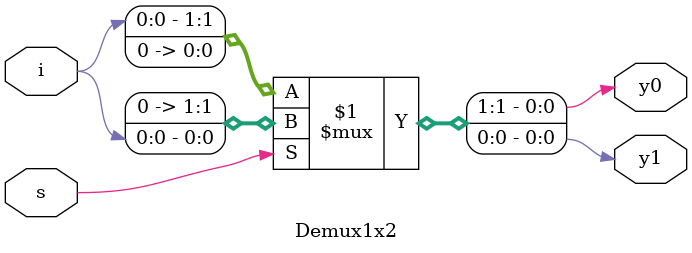
<source format=v>
module Demux1x2(i,s,y0,y1);
input i,s;
output y0,y1;

assign {y0,y1} = s?{1'b0,i}:{i,1'b0};

endmodule
</source>
